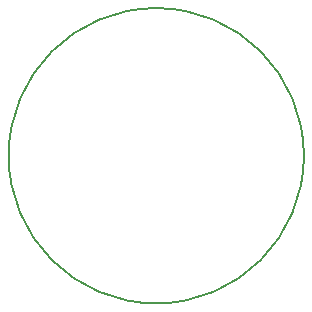
<source format=gbr>
G04 #@! TF.FileFunction,Other,ECO2*
%FSLAX46Y46*%
G04 Gerber Fmt 4.6, Leading zero omitted, Abs format (unit mm)*
G04 Created by KiCad (PCBNEW 4.0.7) date 07/20/18 15:01:26*
%MOMM*%
%LPD*%
G01*
G04 APERTURE LIST*
%ADD10C,0.100000*%
%ADD11C,0.200000*%
G04 APERTURE END LIST*
D10*
D11*
X161000000Y-94000000D02*
G75*
G03X161000000Y-94000000I-12500000J0D01*
G01*
M02*

</source>
